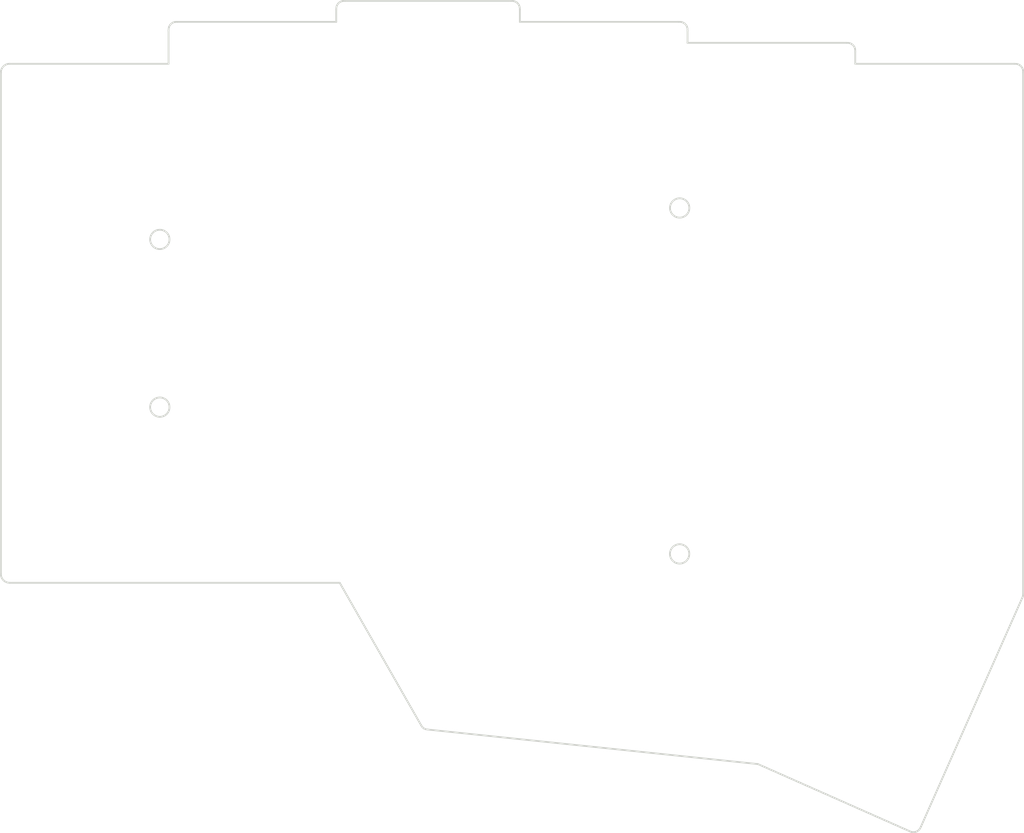
<source format=kicad_pcb>
(kicad_pcb (version 20221018) (generator pcbnew)

  (general
    (thickness 1.6)
  )

  (paper "A4")
  (title_block
    (date "2023-12-04")
  )

  (layers
    (0 "F.Cu" signal)
    (31 "B.Cu" signal)
    (32 "B.Adhes" user "B.Adhesive")
    (33 "F.Adhes" user "F.Adhesive")
    (34 "B.Paste" user)
    (35 "F.Paste" user)
    (36 "B.SilkS" user "B.Silkscreen")
    (37 "F.SilkS" user "F.Silkscreen")
    (38 "B.Mask" user)
    (39 "F.Mask" user)
    (40 "Dwgs.User" user "User.Drawings")
    (41 "Cmts.User" user "User.Comments")
    (42 "Eco1.User" user "User.Eco1")
    (43 "Eco2.User" user "User.Eco2")
    (44 "Edge.Cuts" user)
    (45 "Margin" user)
    (46 "B.CrtYd" user "B.Courtyard")
    (47 "F.CrtYd" user "F.Courtyard")
    (48 "B.Fab" user)
    (49 "F.Fab" user)
  )

  (setup
    (pad_to_mask_clearance 0.2)
    (aux_axis_origin 174 65.7)
    (grid_origin -101.328346 -17.170632)
    (pcbplotparams
      (layerselection 0x00010f0_ffffffff)
      (plot_on_all_layers_selection 0x0000000_00000000)
      (disableapertmacros false)
      (usegerberextensions true)
      (usegerberattributes false)
      (usegerberadvancedattributes false)
      (creategerberjobfile false)
      (dashed_line_dash_ratio 12.000000)
      (dashed_line_gap_ratio 3.000000)
      (svgprecision 6)
      (plotframeref false)
      (viasonmask false)
      (mode 1)
      (useauxorigin false)
      (hpglpennumber 1)
      (hpglpenspeed 20)
      (hpglpendiameter 15.000000)
      (dxfpolygonmode true)
      (dxfimperialunits true)
      (dxfusepcbnewfont true)
      (psnegative false)
      (psa4output false)
      (plotreference true)
      (plotvalue true)
      (plotinvisibletext false)
      (sketchpadsonfab false)
      (subtractmaskfromsilk false)
      (outputformat 1)
      (mirror false)
      (drillshape 0)
      (scaleselection 1)
      (outputdirectory "../../../../../../../Desktop/2020-08-15/jlcpcb/corne-top/")
    )
  )

  (net 0 "")

  (gr_curve (pts (xy -23.647391 -19.346015) (xy -23.566161 -19.277964) (xy -23.485437 -19.186319) (xy -23.426646 -19.073115))
    (stroke (width 0.2) (type solid)) (layer "Edge.Cuts") (tstamp 013138bd-a07b-4f69-b925-a06615e90efc))
  (gr_curve (pts (xy -23.937766 -19.506396) (xy -23.831657 -19.473167) (xy -23.735679 -19.419979) (xy -23.647391 -19.346015))
    (stroke (width 0.2) (type solid)) (layer "Edge.Cuts") (tstamp 04bcc68e-e060-4271-ac03-283919510c2a))
  (gr_curve (pts (xy -72.494656 58.173713) (xy -72.558918 58.099914) (xy -72.603066 58.022656) (xy -72.644369 57.950377))
    (stroke (width 0.2) (type solid)) (layer "Edge.Cuts") (tstamp 09c7571e-35d0-48f0-a217-046e03ddf301))
  (gr_line (start -34.384336 62.369967) (end -17.186286 69.984068)
    (stroke (width 0.2) (type solid)) (layer "Edge.Cuts") (tstamp 0d5a3348-b007-4389-bf4f-3fe9bb6443b8))
  (gr_line (start -82.278346 -23.314276) (end -82.278346 -21.933004)
    (stroke (width 0.2) (type solid)) (layer "Edge.Cuts") (tstamp 10822e78-c8fc-49a7-a73e-74c490716b1c))
  (gr_circle (center -43.278346 38.498363) (end -42.178346 38.498363)
    (stroke (width 0.2) (type solid)) (fill none) (layer "Edge.Cuts") (tstamp 155efd52-e4b6-486a-86ab-c174bf4a8f2c))
  (gr_line (start -43.378346 -21.934461) (end -61.428346 -21.934461)
    (stroke (width 0.2) (type solid)) (layer "Edge.Cuts") (tstamp 1607ff18-5569-4449-8ede-9ae022fc5dd0))
  (gr_line (start -71.880134 58.448814) (end -34.384336 62.369967)
    (stroke (width 0.2) (type solid)) (layer "Edge.Cuts") (tstamp 169a1c12-ba0e-4231-aaf2-03eba4a50a04))
  (gr_curve (pts (xy -23.342835 -18.814915) (xy -23.328346 -18.722579) (xy -23.328346 -18.634824) (xy -23.328346 -18.55))
    (stroke (width 0.2) (type solid)) (layer "Edge.Cuts") (tstamp 1eb7f74c-17c7-47d4-ae27-66bc46eb2421))
  (gr_line (start -23.328346 -17.16875) (end -23.328346 -18.55)
    (stroke (width 0.2) (type solid)) (layer "Edge.Cuts") (tstamp 1eef421e-0070-4420-87c3-bba1ac182f7e))
  (gr_curve (pts (xy -100.851461 -21.834704) (xy -100.758397 -21.883036) (xy -100.670244 -21.906435) (xy -100.593261 -21.918515))
    (stroke (width 0.2) (type solid)) (layer "Edge.Cuts") (tstamp 23534cf5-abda-48c5-9285-c12f45b3f5fd))
  (gr_curve (pts (xy -16.938184 70.078065) (xy -17.02848 70.053933) (xy -17.108723 70.018407) (xy -17.186286 69.984068))
    (stroke (width 0.2) (type solid)) (layer "Edge.Cuts") (tstamp 2ec641cd-5eb9-498c-951a-22b4f79c976e))
  (gr_line (start -15.867064 69.474505) (end -4.34811 43.456521)
    (stroke (width 0.2) (type solid)) (layer "Edge.Cuts") (tstamp 2fb202ed-7517-414e-9171-e0ea0e76e12c))
  (gr_curve (pts (xy -4.581548 -16.964765) (xy -4.500318 -16.896714) (xy -4.419594 -16.805069) (xy -4.360803 -16.691865))
    (stroke (width 0.2) (type solid)) (layer "Edge.Cuts") (tstamp 343c81f6-bdeb-4bec-af6d-917a1a19d59c))
  (gr_curve (pts (xy -42.392835 -21.199376) (xy -42.378346 -21.10704) (xy -42.378346 -21.019285) (xy -42.378346 -20.934461))
    (stroke (width 0.2) (type solid)) (layer "Edge.Cuts") (tstamp 35a78bbe-38d7-4dab-85e3-c7aef4901f08))
  (gr_line (start -42.378346 -19.55) (end -42.378346 -20.934461)
    (stroke (width 0.2) (type solid)) (layer "Edge.Cuts") (tstamp 36d83389-91a9-4ee1-a524-e5fba7332450))
  (gr_curve (pts (xy -101.284742 -21.323584) (xy -101.251513 -21.429692) (xy -101.198325 -21.52567) (xy -101.124361 -21.613959))
    (stroke (width 0.2) (type solid)) (layer "Edge.Cuts") (tstamp 38ab811d-d23d-4bfc-8d44-7516983b502c))
  (gr_curve (pts (xy -4.360803 -16.691865) (xy -4.312471 -16.598801) (xy -4.289072 -16.510648) (xy -4.276992 -16.433665))
    (stroke (width 0.2) (type solid)) (layer "Edge.Cuts") (tstamp 3969b5ca-dbba-4f86-8bca-685466109488))
  (gr_curve (pts (xy -4.262502 43.051692) (xy -4.262502 43.114725) (xy -4.262502 43.181926) (xy -4.278945 43.259681))
    (stroke (width 0.2) (type solid)) (layer "Edge.Cuts") (tstamp 4130d188-2d8b-4df6-ad71-155054346348))
  (gr_curve (pts (xy -62.428346 -24.314276) (xy -62.306843 -24.314276) (xy -62.177007 -24.314276) (xy -62.037766 -24.270672))
    (stroke (width 0.2) (type solid)) (layer "Edge.Cuts") (tstamp 54382cf9-e327-4549-bc57-a1618ceb9de3))
  (gr_curve (pts (xy -82.278346 -23.314276) (xy -82.278346 -23.435778) (xy -82.278346 -23.565614) (xy -82.234742 -23.704855))
    (stroke (width 0.2) (type solid)) (layer "Edge.Cuts") (tstamp 568bef73-a6da-4ebc-b842-79eb2c3f793c))
  (gr_curve (pts (xy -4.278945 43.259681) (xy -4.295387 43.337436) (xy -4.322593 43.398884) (xy -4.34811 43.456521))
    (stroke (width 0.2) (type solid)) (layer "Edge.Cuts") (tstamp 58e3f1bb-fd80-486d-9fa0-2ce94c82c01d))
  (gr_curve (pts (xy -42.697391 -21.730476) (xy -42.616161 -21.662426) (xy -42.535437 -21.57078) (xy -42.476646 -21.457576))
    (stroke (width 0.2) (type solid)) (layer "Edge.Cuts") (tstamp 58ea657f-0e78-4dec-966c-2323dab3bfc8))
  (gr_curve (pts (xy -100.593261 -21.918515) (xy -100.500925 -21.933004) (xy -100.41317 -21.933004) (xy -100.328346 -21.933004))
    (stroke (width 0.2) (type solid)) (layer "Edge.Cuts") (tstamp 5eea7b50-c0cb-4f85-97ad-4781f1d82bba))
  (gr_curve (pts (xy -16.668158 70.105955) (xy -16.772821 70.112475) (xy -16.862901 70.098184) (xy -16.938184 70.078065))
    (stroke (width 0.2) (type solid)) (layer "Edge.Cuts") (tstamp 639a303b-f59c-4d5c-96c0-e443b8693c80))
  (gr_arc (start -120.370401 -16.170521) (mid -120.077507 -16.877627) (end -119.370401 -17.170521)
    (stroke (width 0.2) (type solid)) (layer "Edge.Cuts") (tstamp 68acff8c-001b-4396-a19f-2a8d75d7c044))
  (gr_curve (pts (xy -61.747391 -24.110291) (xy -61.666161 -24.04224) (xy -61.585437 -23.950595) (xy -61.526646 -23.837391))
    (stroke (width 0.2) (type solid)) (layer "Edge.Cuts") (tstamp 696d3fdd-a4d4-48d3-9e67-32cb6acc250e))
  (gr_curve (pts (xy -16.329257 70.014586) (xy -16.424365 70.061313) (xy -16.540845 70.098025) (xy -16.668158 70.105955))
    (stroke (width 0.2) (type solid)) (layer "Edge.Cuts") (tstamp 6aec57fc-9433-47e5-a07a-ee6993e1fa89))
  (gr_curve (pts (xy -101.328346 -20.933004) (xy -101.328346 -21.054507) (xy -101.328346 -21.184343) (xy -101.284742 -21.323584))
    (stroke (width 0.2) (type solid)) (layer "Edge.Cuts") (tstamp 6c649f7d-38c3-4623-816b-0b6c58a280e4))
  (gr_curve (pts (xy -82.234742 -23.704855) (xy -82.201513 -23.810964) (xy -82.148325 -23.906942) (xy -82.074361 -23.99523))
    (stroke (width 0.2) (type solid)) (layer "Edge.Cuts") (tstamp 70a474bb-914e-4989-8f71-ae302040d55e))
  (gr_line (start -120.370401 -16.170521) (end -120.370397 40.779737)
    (stroke (width 0.2) (type solid)) (layer "Edge.Cuts") (tstamp 7a4323ce-6e7e-47de-ac83-0f3c3b6ce0a6))
  (gr_line (start -119.370401 -17.170521) (end -101.328346 -17.170632)
    (stroke (width 0.2) (type solid)) (layer "Edge.Cuts") (tstamp 7bf1e1ce-2c5d-4fb5-a5ae-ae375ad34686))
  (gr_curve (pts (xy -43.378346 -21.934461) (xy -43.256843 -21.934461) (xy -43.127007 -21.934461) (xy -42.987766 -21.890857))
    (stroke (width 0.2) (type solid)) (layer "Edge.Cuts") (tstamp 7e853a9a-aa4e-41cd-a113-7014a6a181bb))
  (gr_arc (start -119.370397 41.779736) (mid -120.077504 41.486843) (end -120.370397 40.779737)
    (stroke (width 0.2) (type solid)) (layer "Edge.Cuts") (tstamp 86a8c4cb-02a9-4603-8173-9d1855123f12))
  (gr_curve (pts (xy -15.867064 69.474505) (xy -15.916252 69.585606) (xy -15.968813 69.704327) (xy -16.065053 69.813996))
    (stroke (width 0.2) (type solid)) (layer "Edge.Cuts") (tstamp 87d576c9-6e32-4384-b209-4242d617159d))
  (gr_curve (pts (xy -101.124361 -21.613959) (xy -101.05631 -21.695189) (xy -100.964665 -21.775913) (xy -100.851461 -21.834704))
    (stroke (width 0.2) (type solid)) (layer "Edge.Cuts") (tstamp 89045f02-020b-4af1-9fd4-7bce95951d05))
  (gr_circle (center -43.271782 -0.794121) (end -42.171782 -0.794121)
    (stroke (width 0.2) (type solid)) (fill none) (layer "Edge.Cuts") (tstamp 922c5431-d273-4ec6-a853-08cf4772cd37))
  (gr_curve (pts (xy -82.074361 -23.99523) (xy -82.00631 -24.07646) (xy -81.914665 -24.157184) (xy -81.801461 -24.215975))
    (stroke (width 0.2) (type solid)) (layer "Edge.Cuts") (tstamp 9981307f-e63c-4523-a911-d749c7369bd7))
  (gr_line (start -5.262502 -17.16875) (end -23.328346 -17.16875)
    (stroke (width 0.2) (type solid)) (layer "Edge.Cuts") (tstamp 99af9178-e239-46b3-826a-917b89a3f71c))
  (gr_line (start -119.370397 41.779736) (end -81.884744 41.779734)
    (stroke (width 0.2) (type solid)) (layer "Edge.Cuts") (tstamp a3a1587c-2693-4e6f-ba25-519940824e55))
  (gr_curve (pts (xy -62.037766 -24.270672) (xy -61.931657 -24.237443) (xy -61.835679 -24.184255) (xy -61.747391 -24.110291))
    (stroke (width 0.2) (type solid)) (layer "Edge.Cuts") (tstamp a6c6f6de-4896-4e27-ad8e-10c27eff51fc))
  (gr_curve (pts (xy -61.526646 -23.837391) (xy -61.478314 -23.744327) (xy -61.454915 -23.656174) (xy -61.442835 -23.579191))
    (stroke (width 0.2) (type solid)) (layer "Edge.Cuts") (tstamp ab6e194f-bb4f-4427-9414-aba76bb9e4e6))
  (gr_curve (pts (xy -23.426646 -19.073115) (xy -23.378314 -18.980051) (xy -23.354915 -18.891898) (xy -23.342835 -18.814915))
    (stroke (width 0.2) (type solid)) (layer "Edge.Cuts") (tstamp afa60578-e291-4ec8-ac8d-d552933ad48e))
  (gr_curve (pts (xy -71.880134 58.448814) (xy -71.995575 58.436742) (xy -72.128245 58.422868) (xy -72.26615 58.352736))
    (stroke (width 0.2) (type solid)) (layer "Edge.Cuts") (tstamp b0e58c18-07b7-4090-a93b-8daaa5bdcb58))
  (gr_curve (pts (xy -81.801461 -24.215975) (xy -81.708397 -24.264307) (xy -81.620244 -24.287706) (xy -81.543261 -24.299786))
    (stroke (width 0.2) (type solid)) (layer "Edge.Cuts") (tstamp b128eac5-0efa-4e2e-8874-9ffe0a2f3e36))
  (gr_circle (center -102.317454 21.829734) (end -101.217454 21.829734)
    (stroke (width 0.2) (type solid)) (fill none) (layer "Edge.Cuts") (tstamp bbb72ad0-049e-48d4-9039-6b0490e6e1f6))
  (gr_curve (pts (xy -5.262502 -17.16875) (xy -5.141 -17.16875) (xy -5.011164 -17.16875) (xy -4.871923 -17.125146))
    (stroke (width 0.2) (type solid)) (layer "Edge.Cuts") (tstamp bd381829-3816-4bd7-9beb-91c24f1ca76f))
  (gr_line (start -61.428346 -21.934461) (end -61.428346 -23.314276)
    (stroke (width 0.2) (type solid)) (layer "Edge.Cuts") (tstamp bd8c4883-9a5b-4e57-a501-55b0c2574204))
  (gr_curve (pts (xy -42.476646 -21.457576) (xy -42.428314 -21.364512) (xy -42.404915 -21.276359) (xy -42.392835 -21.199376))
    (stroke (width 0.2) (type solid)) (layer "Edge.Cuts") (tstamp be293f86-4b3a-4987-9bd5-72e14080ac3f))
  (gr_line (start -101.328346 -20.933004) (end -101.328346 -17.170632)
    (stroke (width 0.2) (type solid)) (layer "Edge.Cuts") (tstamp c418c5ce-0273-4992-aad4-9202a8414649))
  (gr_circle (center -102.317454 2.779733) (end -101.217454 2.779733)
    (stroke (width 0.2) (type solid)) (fill none) (layer "Edge.Cuts") (tstamp c44ffb40-16d8-4d8f-bb1a-7eba34b04021))
  (gr_curve (pts (xy -81.543261 -24.299786) (xy -81.450925 -24.314276) (xy -81.36317 -24.314276) (xy -81.278346 -24.314276))
    (stroke (width 0.2) (type solid)) (layer "Edge.Cuts") (tstamp c8458348-ed2b-42e0-a935-f4b53d39697a))
  (gr_line (start -82.278346 -21.933004) (end -100.328346 -21.933004)
    (stroke (width 0.2) (type solid)) (layer "Edge.Cuts") (tstamp c8eea5d2-e8b0-41cb-bb28-40e36378b2a3))
  (gr_line (start -62.428346 -24.314276) (end -81.278346 -24.314276)
    (stroke (width 0.2) (type solid)) (layer "Edge.Cuts") (tstamp cd41097f-1626-4239-a04b-3efcf436c2b0))
  (gr_line (start -4.262502 43.051692) (end -4.262502 -16.16875)
    (stroke (width 0.2) (type solid)) (layer "Edge.Cuts") (tstamp da9a944e-8fcb-480c-b6a0-df8ace7c21cc))
  (gr_line (start -81.884744 41.779734) (end -72.644369 57.950377)
    (stroke (width 0.2) (type solid)) (layer "Edge.Cuts") (tstamp de99050e-108f-4fa6-9095-0be495577e66))
  (gr_curve (pts (xy -16.065053 69.813996) (xy -16.138393 69.897569) (xy -16.225883 69.963798) (xy -16.329257 70.014586))
    (stroke (width 0.2) (type solid)) (layer "Edge.Cuts") (tstamp e2e2e58d-67ef-4de6-8540-7aced1fe8fc6))
  (gr_curve (pts (xy -42.987766 -21.890857) (xy -42.881657 -21.857629) (xy -42.785679 -21.80444) (xy -42.697391 -21.730476))
    (stroke (width 0.2) (type solid)) (layer "Edge.Cuts") (tstamp e65c90e8-c263-4a7a-9e7f-40e4911e6c54))
  (gr_line (start -24.328346 -19.55) (end -42.378346 -19.55)
    (stroke (width 0.2) (type solid)) (layer "Edge.Cuts") (tstamp ecb5fcdb-66e6-4f4e-9632-dcf874f74bef))
  (gr_curve (pts (xy -4.871923 -17.125146) (xy -4.765814 -17.091917) (xy -4.669836 -17.038729) (xy -4.581548 -16.964765))
    (stroke (width 0.2) (type solid)) (layer "Edge.Cuts") (tstamp ee2eacaa-592c-45c3-8916-1e5064f54448))
  (gr_curve (pts (xy -72.26615 58.352736) (xy -72.332835 58.318823) (xy -72.414574 58.265679) (xy -72.494656 58.173713))
    (stroke (width 0.2) (type solid)) (layer "Edge.Cuts") (tstamp f3316d58-9831-4455-9d4b-50f8415987f3))
  (gr_curve (pts (xy -4.276992 -16.433665) (xy -4.262502 -16.341329) (xy -4.262502 -16.253574) (xy -4.262502 -16.16875))
    (stroke (width 0.2) (type solid)) (layer "Edge.Cuts") (tstamp fb798b69-692b-4b5c-a564-f76eae7f55a0))
  (gr_curve (pts (xy -24.328346 -19.55) (xy -24.206843 -19.55) (xy -24.077007 -19.55) (xy -23.937766 -19.506396))
    (stroke (width 0.2) (type solid)) (layer "Edge.Cuts") (tstamp fd7b2a4a-9a40-4e51-9793-94c763896315))
  (gr_curve (pts (xy -61.442835 -23.579191) (xy -61.428346 -23.486855) (xy -61.428346 -23.3991) (xy -61.428346 -23.314276))
    (stroke (width 0.2) (type solid)) (layer "Edge.Cuts") (tstamp ff648719-c9a4-406e-a919-791c49c5ca03))

)

</source>
